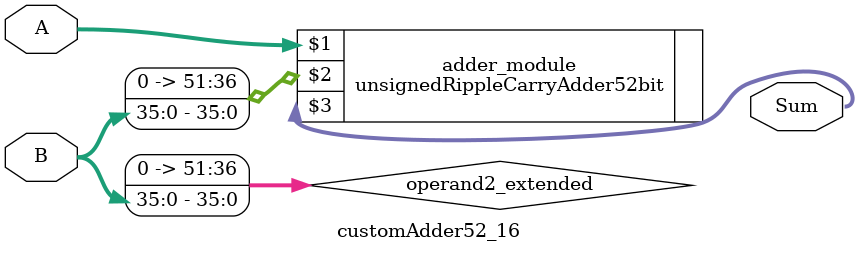
<source format=v>
module customAdder52_16(
                        input [51 : 0] A,
                        input [35 : 0] B,
                        
                        output [52 : 0] Sum
                );

        wire [51 : 0] operand2_extended;
        
        assign operand2_extended =  {16'b0, B};
        
        unsignedRippleCarryAdder52bit adder_module(
            A,
            operand2_extended,
            Sum
        );
        
        endmodule
        
</source>
